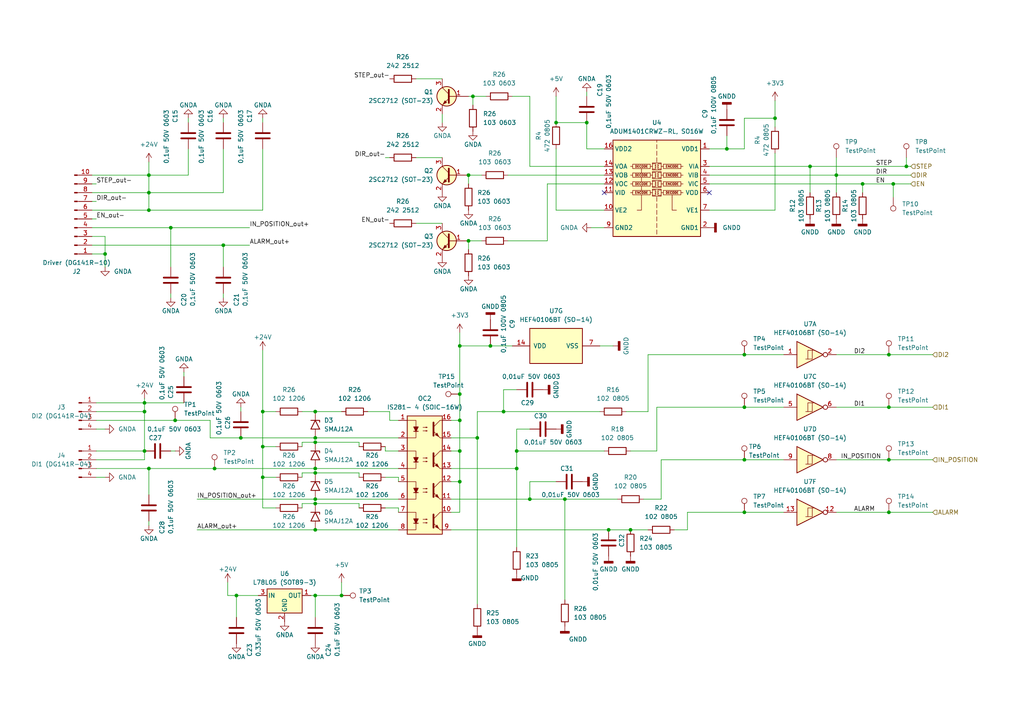
<source format=kicad_sch>
(kicad_sch (version 20230121) (generator eeschema)
  (paper "A4")
  (lib_symbols
    (symbol "4xxx:40106" (pin_names (offset 1.016))
      (property "Reference" "U" (at 0 1.27 0))
      (property "Value" "40106" (at 0 -1.27 0))
      (symbol "40106_1_0"
        (pin input line (at -7.62 0 0) (length 3.81) (name "~") (number "1"))
        (pin output inverted (at 7.62 0 180) (length 3.81) (name "~") (number "2"))
      )
      (symbol "40106_2_0"
        (pin input line (at -7.62 0 0) (length 3.81) (name "~") (number "3"))
        (pin output inverted (at 7.62 0 180) (length 3.81) (name "~") (number "4"))
      )
      (symbol "40106_3_0"
        (pin input line (at -7.62 0 0) (length 3.81) (name "~") (number "5"))
        (pin output inverted (at 7.62 0 180) (length 3.81) (name "~") (number "6"))
      )
      (symbol "40106_4_0"
        (pin output inverted (at 7.62 0 180) (length 3.81) (name "~") (number "8"))
        (pin input line (at -7.62 0 0) (length 3.81) (name "~") (number "9"))
      )
      (symbol "40106_5_0"
        (pin output inverted (at 7.62 0 180) (length 3.81) (name "~") (number "10"))
        (pin input line (at -7.62 0 0) (length 3.81) (name "~") (number "11"))
      )
      (symbol "40106_6_0"
        (pin output inverted (at 7.62 0 180) (length 3.81) (name "~") (number "12"))
        (pin input line (at -7.62 0 0) (length 3.81) (name "~") (number "13"))
      )
      (symbol "40106_7_0"
        (pin power_in line (at 0 12.7 270) (length 5.08) (name "VDD") (number "14"))
        (pin power_in line (at 0 -12.7 90) (length 5.08) (name "VSS") (number "7"))
      )
    )
    (symbol "Connector:Conn_01x04_Pin" (pin_names (offset 1.016) hide)
      (property "Reference" "J" (at 0 5.08 0))
      (property "Value" "Conn_01x04_Pin" (at 0 -7.62 0))
      (symbol "Conn_01x04_Pin_1_1"
        (pin passive line (at 5.08 2.54 180) (length 3.81) (name "Pin_1") (number "1"))
        (pin passive line (at 5.08 0 180) (length 3.81) (name "Pin_2") (number "2"))
        (pin passive line (at 5.08 -2.54 180) (length 3.81) (name "Pin_3") (number "3"))
        (pin passive line (at 5.08 -5.08 180) (length 3.81) (name "Pin_4") (number "4"))
      )
    )
    (symbol "Connector:Conn_01x10_Pin" (pin_names (offset 1.016) hide)
      (property "Reference" "J" (at 0 12.7 0))
      (property "Value" "Conn_01x10_Pin" (at 0 -15.24 0))
      (symbol "Conn_01x10_Pin_1_1"
        (pin passive line (at 5.08 10.16 180) (length 3.81) (name "Pin_1") (number "1"))
        (pin passive line (at 5.08 -12.7 180) (length 3.81) (name "Pin_10") (number "10"))
        (pin passive line (at 5.08 7.62 180) (length 3.81) (name "Pin_2") (number "2"))
        (pin passive line (at 5.08 5.08 180) (length 3.81) (name "Pin_3") (number "3"))
        (pin passive line (at 5.08 2.54 180) (length 3.81) (name "Pin_4") (number "4"))
        (pin passive line (at 5.08 0 180) (length 3.81) (name "Pin_5") (number "5"))
        (pin passive line (at 5.08 -2.54 180) (length 3.81) (name "Pin_6") (number "6"))
        (pin passive line (at 5.08 -5.08 180) (length 3.81) (name "Pin_7") (number "7"))
        (pin passive line (at 5.08 -7.62 180) (length 3.81) (name "Pin_8") (number "8"))
        (pin passive line (at 5.08 -10.16 180) (length 3.81) (name "Pin_9") (number "9"))
      )
    )
    (symbol "Connector:TestPoint" (pin_numbers hide) (pin_names (offset 0.762) hide)
      (property "Reference" "TP" (at 0 6.858 0))
      (property "Value" "TestPoint" (at 0 5.08 0))
      (symbol "TestPoint_1_1"
        (pin passive line (at 0 0 90) (length 2.54) (name "1") (number "1"))
      )
    )
    (symbol "Device:C" (pin_numbers hide) (pin_names (offset 0.254))
      (property "Reference" "C" (at 0.635 2.54 0))
      (property "Value" "C" (at 0.635 -2.54 0))
      (symbol "C_1_1"
        (pin passive line (at 0 3.81 270) (length 2.794) (name "~") (number "1"))
        (pin passive line (at 0 -3.81 90) (length 2.794) (name "~") (number "2"))
      )
    )
    (symbol "Device:R" (pin_numbers hide) (pin_names (offset 0))
      (property "Reference" "R" (at 2.032 0 90))
      (property "Value" "R" (at 0 0 90))
      (symbol "R_1_1"
        (pin passive line (at 0 3.81 270) (length 1.27) (name "~") (number "1"))
        (pin passive line (at 0 -3.81 90) (length 1.27) (name "~") (number "2"))
      )
    )
    (symbol "Diode:SMAJ12A" (pin_numbers hide) (pin_names (offset 1.016) hide)
      (property "Reference" "D" (at 0 2.54 0))
      (property "Value" "SMAJ12A" (at 0 -2.54 0))
      (symbol "SMAJ12A_1_1"
        (pin passive line (at -3.81 0 0) (length 2.54) (name "A1") (number "1"))
        (pin passive line (at 3.81 0 180) (length 2.54) (name "A2") (number "2"))
      )
    )
    (symbol "Isolator:ADuM1401xRW"
      (property "Reference" "U" (at 0 19.05 0))
      (property "Value" "ADuM1401xRW" (at 0 16.51 0))
      (symbol "ADuM1401xRW_0_0"
        (text "DECODE" (at -4.445 0 0) (effects (font (size 0.635 0.635))))
        (text "DECODE" (at 4.445 2.54 0) (effects (font (size 0.635 0.635))))
        (text "DECODE" (at 4.445 5.08 0) (effects (font (size 0.635 0.635))))
        (text "DECODE" (at 4.445 7.62 0) (effects (font (size 0.635 0.635))))
        (text "ENCODE" (at -4.445 2.54 0) (effects (font (size 0.635 0.635))))
        (text "ENCODE" (at -4.445 5.08 0) (effects (font (size 0.635 0.635))))
        (text "ENCODE" (at -4.445 7.62 0) (effects (font (size 0.635 0.635))))
        (text "ENCODE" (at 4.445 0 0) (effects (font (size 0.635 0.635))))
      )
      (symbol "ADuM1401xRW_1_1"
        (pin power_in line (at -15.24 12.7 0) (length 2.54) (name "VDD1") (number "1"))
        (pin input line (at 15.24 -5.08 180) (length 2.54) (name "VE2") (number "10"))
        (pin input line (at 15.24 0 180) (length 2.54) (name "VID") (number "11"))
        (pin output line (at 15.24 2.54 180) (length 2.54) (name "VOC") (number "12"))
        (pin output line (at 15.24 5.08 180) (length 2.54) (name "VOB") (number "13"))
        (pin output line (at 15.24 7.62 180) (length 2.54) (name "VOA") (number "14"))
        (pin passive line (at 15.24 -10.16 180) (length 2.54) hide (name "GND2") (number "15"))
        (pin power_in line (at 15.24 12.7 180) (length 2.54) (name "VDD2") (number "16"))
        (pin power_in line (at -15.24 -10.16 0) (length 2.54) (name "GND1") (number "2"))
        (pin input line (at -15.24 7.62 0) (length 2.54) (name "VIA") (number "3"))
        (pin input line (at -15.24 5.08 0) (length 2.54) (name "VIB") (number "4"))
        (pin input line (at -15.24 2.54 0) (length 2.54) (name "VIC") (number "5"))
        (pin output line (at -15.24 0 0) (length 2.54) (name "VOD") (number "6"))
        (pin input line (at -15.24 -5.08 0) (length 2.54) (name "VE1") (number "7"))
        (pin passive line (at -15.24 -10.16 0) (length 2.54) hide (name "GND1") (number "8"))
        (pin power_in line (at 15.24 -10.16 180) (length 2.54) (name "GND2") (number "9"))
      )
    )
    (symbol "PCM_4ms_Power-symbol:+5V" (power) (pin_numbers hide) (pin_names (offset 0) hide)
      (property "Value" "+5V" (at 0 3.556 0))
      (symbol "+5V_1_1"
        (pin power_in line (at 0 0 90) (length 0) hide (name "+5V") (number "1"))
      )
    )
    (symbol "PCM_4ms_Power-symbol:GNDA" (power) (pin_numbers hide) (pin_names (offset 0) hide)
      (property "Value" "GNDA" (at 0 -3.81 0))
      (symbol "GNDA_1_1"
        (pin power_in line (at 0 0 270) (length 0) hide (name "GNDA") (number "1"))
      )
    )
    (symbol "PCM_Optocoupler_AKL:Optocoupler_Quad_Generic" (pin_names (offset 1.016))
      (property "Reference" "OC" (at -5.08 17.78 0))
      (property "Value" "Optocoupler_Quad_Generic" (at -5.08 15.24 0))
      (symbol "Optocoupler_Quad_Generic_1_1"
        (pin passive line (at -7.62 11.43 0) (length 2.54) (name "~") (number "1"))
        (pin passive line (at 7.62 -15.24 180) (length 2.54) (name "~") (number "10"))
        (pin passive line (at 7.62 -11.43 180) (length 2.54) (name "~") (number "11"))
        (pin passive line (at 7.62 -6.35 180) (length 2.54) (name "~") (number "12"))
        (pin passive line (at 7.62 -2.54 180) (length 2.54) (name "~") (number "13"))
        (pin passive line (at 7.62 2.54 180) (length 2.54) (name "~") (number "14"))
        (pin passive line (at 7.62 6.35 180) (length 2.54) (name "~") (number "15"))
        (pin passive line (at 7.62 11.43 180) (length 2.54) (name "~") (number "16"))
        (pin passive line (at -7.62 6.35 0) (length 2.54) (name "~") (number "2"))
        (pin passive line (at -7.62 2.54 0) (length 2.54) (name "~") (number "3"))
        (pin passive line (at -7.62 -2.54 0) (length 2.54) (name "~") (number "4"))
        (pin passive line (at -7.62 -6.35 0) (length 2.54) (name "~") (number "5"))
        (pin passive line (at -7.62 -11.43 0) (length 2.54) (name "~") (number "6"))
        (pin passive line (at -7.62 -15.24 0) (length 2.54) (name "~") (number "7"))
        (pin passive line (at -7.62 -20.32 0) (length 2.54) (name "~") (number "8"))
        (pin passive line (at 7.62 -20.32 180) (length 2.54) (name "~") (number "9"))
      )
    )
    (symbol "PCM_Transistor_BJT_AKL:2SC2713" (pin_names hide)
      (property "Reference" "Q" (at 5.08 1.27 0))
      (property "Value" "2SC2713" (at 5.08 -1.27 0))
      (symbol "2SC2713_1_1"
        (pin input line (at -5.08 0 0) (length 5.715) (name "B") (number "1"))
        (pin passive line (at 2.54 -5.08 90) (length 2.54) (name "E") (number "2"))
        (pin passive line (at 2.54 5.08 270) (length 2.54) (name "C") (number "3"))
      )
    )
    (symbol "Regulator_Linear:L78L05_SOT89" (pin_names (offset 0.254))
      (property "Reference" "U" (at -3.81 3.175 0))
      (property "Value" "L78L05_SOT89" (at -0.635 3.175 0))
      (symbol "L78L05_SOT89_1_1"
        (pin power_out line (at 7.62 0 180) (length 2.54) (name "OUT") (number "1"))
        (pin power_in line (at 0 -7.62 90) (length 2.54) (name "GND") (number "2"))
        (pin power_in line (at -7.62 0 0) (length 2.54) (name "IN") (number "3"))
      )
    )
    (symbol "power:+24V" (power) (pin_numbers hide) (pin_names (offset 0) hide)
      (property "Value" "+24V" (at 0 3.556 0))
      (symbol "+24V_1_1"
        (pin power_in line (at 0 0 90) (length 0) hide (name "+24V") (number "1"))
      )
    )
    (symbol "power:+3V3" (power) (pin_numbers hide) (pin_names (offset 0) hide)
      (property "Value" "+3V3" (at 0 3.556 0))
      (symbol "+3V3_1_1"
        (pin power_in line (at 0 0 90) (length 0) hide (name "+3V3") (number "1"))
      )
    )
    (symbol "power:GNDD" (power) (pin_numbers hide) (pin_names (offset 0) hide)
      (property "Value" "GNDD" (at 0 -3.175 0))
      (symbol "GNDD_1_1"
        (pin power_in line (at 0 0 270) (length 0) hide (name "GNDD") (number "1"))
      )
    )
  )
  (junction (at 250.19 53.34))
  (junction (at 133.35 114.3))
  (junction (at 30.48 73.66))
  (junction (at 133.35 130.81))
  (junction (at 41.91 116.84))
  (junction (at 215.9 133.35))
  (junction (at 242.57 50.8))
  (junction (at 50.8 121.92))
  (junction (at 68.58 172.72))
  (junction (at 62.23 135.89))
  (junction (at 215.9 102.87))
  (junction (at 41.91 119.38))
  (junction (at 41.91 130.81))
  (junction (at 76.2 129.54))
  (junction (at 43.18 55.88))
  (junction (at 135.89 69.85))
  (junction (at 91.44 119.38))
  (junction (at 257.81 148.59))
  (junction (at 137.16 27.94))
  (junction (at 133.35 139.7))
  (junction (at 91.44 172.72))
  (junction (at 69.85 127))
  (junction (at 91.44 127))
  (junction (at 257.81 118.11))
  (junction (at 49.53 66.04))
  (junction (at 138.43 127))
  (junction (at 257.81 133.35))
  (junction (at 215.9 118.11))
  (junction (at 163.83 144.78))
  (junction (at 153.67 144.78))
  (junction (at 91.44 146.05))
  (junction (at 43.18 60.96))
  (junction (at 234.95 48.26))
  (junction (at 224.79 34.29))
  (junction (at 91.44 128.27))
  (junction (at 91.44 144.78))
  (junction (at 91.44 135.89))
  (junction (at 64.77 71.12))
  (junction (at 262.89 48.26))
  (junction (at 149.86 130.81))
  (junction (at 43.18 50.8))
  (junction (at 149.86 135.89))
  (junction (at 133.35 100.33))
  (junction (at 91.44 137.16))
  (junction (at 215.9 148.59))
  (junction (at 146.05 119.38))
  (junction (at 161.29 35.56))
  (junction (at 43.18 135.89))
  (junction (at 142.24 100.33))
  (junction (at 257.81 102.87))
  (junction (at 176.53 153.67))
  (junction (at 170.18 35.56))
  (junction (at 99.06 172.72))
  (junction (at 133.35 121.92))
  (junction (at 76.2 138.43))
  (junction (at 259.08 53.34))
  (junction (at 182.88 153.67))
  (junction (at 135.89 50.8))
  (junction (at 91.44 153.67))
  (junction (at 210.82 43.18))
  (junction (at 76.2 119.38))
  (no_connect (at 205.74 55.88))
  (no_connect (at 175.26 55.88))
  (wire (pts (xy 147.32 50.8) (xy 175.26 50.8)))
  (wire (pts (xy 153.67 27.94) (xy 148.59 27.94)))
  (wire (pts (xy 130.81 130.81) (xy 133.35 130.81)))
  (wire (pts (xy 41.91 119.38) (xy 41.91 130.81)))
  (wire (pts (xy 205.74 48.26) (xy 234.95 48.26)))
  (wire (pts (xy 130.81 135.89) (xy 149.86 135.89)))
  (wire (pts (xy 30.48 138.43) (xy 27.94 138.43)))
  (wire (pts (xy 153.67 139.7) (xy 153.67 144.78)))
  (wire (pts (xy 149.86 130.81) (xy 175.26 130.81)))
  (wire (pts (xy 190.5 130.81) (xy 190.5 118.11)))
  (wire (pts (xy 210.82 43.18) (xy 210.82 39.37)))
  (wire (pts (xy 139.7 50.8) (xy 135.89 50.8)))
  (wire (pts (xy 76.2 147.32) (xy 76.2 138.43)))
  (wire (pts (xy 43.18 50.8) (xy 43.18 55.88)))
  (wire (pts (xy 170.18 43.18) (xy 175.26 43.18)))
  (wire (pts (xy 87.63 146.05) (xy 91.44 146.05)))
  (wire (pts (xy 91.44 146.05) (xy 104.14 146.05)))
  (wire (pts (xy 53.34 107.95) (xy 53.34 109.22)))
  (wire (pts (xy 133.35 96.52) (xy 133.35 100.33)))
  (wire (pts (xy 64.77 86.36) (xy 64.77 85.09)))
  (wire (pts (xy 91.44 179.07) (xy 91.44 172.72)))
  (wire (pts (xy 91.44 172.72) (xy 99.06 172.72)))
  (wire (pts (xy 87.63 119.38) (xy 91.44 119.38)))
  (wire (pts (xy 133.35 114.3) (xy 133.35 121.92)))
  (wire (pts (xy 161.29 139.7) (xy 153.67 139.7)))
  (wire (pts (xy 99.06 172.72) (xy 99.06 168.91)))
  (wire (pts (xy 175.26 53.34) (xy 158.75 53.34)))
  (wire (pts (xy 115.57 147.32) (xy 115.57 148.59)))
  (wire (pts (xy 215.9 43.18) (xy 215.9 34.29)))
  (wire (pts (xy 205.74 50.8) (xy 242.57 50.8)))
  (wire (pts (xy 170.18 26.67) (xy 170.18 27.94)))
  (wire (pts (xy 106.68 119.38) (xy 113.03 119.38)))
  (wire (pts (xy 163.83 144.78) (xy 179.07 144.78)))
  (wire (pts (xy 130.81 148.59) (xy 133.35 148.59)))
  (wire (pts (xy 205.74 43.18) (xy 210.82 43.18)))
  (wire (pts (xy 76.2 119.38) (xy 80.01 119.38)))
  (wire (pts (xy 41.91 115.57) (xy 41.91 116.84)))
  (wire (pts (xy 262.89 45.72) (xy 262.89 48.26)))
  (wire (pts (xy 191.77 144.78) (xy 191.77 133.35)))
  (wire (pts (xy 43.18 55.88) (xy 43.18 60.96)))
  (wire (pts (xy 43.18 152.4) (xy 43.18 151.13)))
  (wire (pts (xy 242.57 50.8) (xy 264.16 50.8)))
  (wire (pts (xy 62.23 135.89) (xy 91.44 135.89)))
  (wire (pts (xy 87.63 138.43) (xy 87.63 137.16)))
  (wire (pts (xy 120.65 22.86) (xy 128.27 22.86)))
  (wire (pts (xy 133.35 100.33) (xy 133.35 114.3)))
  (wire (pts (xy 64.77 71.12) (xy 26.67 71.12)))
  (wire (pts (xy 128.27 33.02) (xy 128.27 35.56)))
  (wire (pts (xy 27.94 124.46) (xy 30.48 124.46)))
  (wire (pts (xy 242.57 148.59) (xy 257.81 148.59)))
  (wire (pts (xy 171.45 66.04) (xy 175.26 66.04)))
  (wire (pts (xy 26.67 55.88) (xy 43.18 55.88)))
  (wire (pts (xy 170.18 43.18) (xy 170.18 35.56)))
  (wire (pts (xy 26.67 68.58) (xy 30.48 68.58)))
  (wire (pts (xy 161.29 35.56) (xy 161.29 27.94)))
  (wire (pts (xy 57.15 144.78) (xy 91.44 144.78)))
  (wire (pts (xy 257.81 102.87) (xy 270.51 102.87)))
  (wire (pts (xy 181.61 119.38) (xy 187.96 119.38)))
  (wire (pts (xy 91.44 137.16) (xy 104.14 137.16)))
  (wire (pts (xy 27.94 119.38) (xy 41.91 119.38)))
  (wire (pts (xy 104.14 128.27) (xy 104.14 129.54)))
  (wire (pts (xy 149.86 113.03) (xy 146.05 113.03)))
  (wire (pts (xy 64.77 71.12) (xy 64.77 77.47)))
  (wire (pts (xy 215.9 34.29) (xy 224.79 34.29)))
  (wire (pts (xy 199.39 148.59) (xy 215.9 148.59)))
  (wire (pts (xy 27.94 116.84) (xy 41.91 116.84)))
  (wire (pts (xy 49.53 86.36) (xy 49.53 85.09)))
  (wire (pts (xy 54.61 50.8) (xy 43.18 50.8)))
  (wire (pts (xy 113.03 121.92) (xy 115.57 121.92)))
  (wire (pts (xy 111.76 147.32) (xy 115.57 147.32)))
  (wire (pts (xy 41.91 130.81) (xy 41.91 133.35)))
  (wire (pts (xy 30.48 73.66) (xy 30.48 77.47)))
  (wire (pts (xy 50.8 130.81) (xy 49.53 130.81)))
  (wire (pts (xy 104.14 137.16) (xy 104.14 138.43)))
  (wire (pts (xy 26.67 73.66) (xy 30.48 73.66)))
  (wire (pts (xy 64.77 34.29) (xy 64.77 35.56)))
  (wire (pts (xy 87.63 147.32) (xy 87.63 146.05)))
  (wire (pts (xy 130.81 153.67) (xy 176.53 153.67)))
  (wire (pts (xy 74.93 172.72) (xy 68.58 172.72)))
  (wire (pts (xy 250.19 53.34) (xy 259.08 53.34)))
  (wire (pts (xy 242.57 118.11) (xy 257.81 118.11)))
  (wire (pts (xy 153.67 124.46) (xy 149.86 124.46)))
  (wire (pts (xy 161.29 60.96) (xy 161.29 43.18)))
  (wire (pts (xy 182.88 153.67) (xy 176.53 153.67)))
  (wire (pts (xy 68.58 172.72) (xy 68.58 179.07)))
  (wire (pts (xy 262.89 48.26) (xy 264.16 48.26)))
  (wire (pts (xy 259.08 53.34) (xy 264.16 53.34)))
  (wire (pts (xy 90.17 172.72) (xy 91.44 172.72)))
  (wire (pts (xy 215.9 133.35) (xy 227.33 133.35)))
  (wire (pts (xy 138.43 119.38) (xy 146.05 119.38)))
  (wire (pts (xy 113.03 119.38) (xy 113.03 121.92)))
  (wire (pts (xy 215.9 148.59) (xy 227.33 148.59)))
  (wire (pts (xy 130.81 139.7) (xy 133.35 139.7)))
  (wire (pts (xy 182.88 153.67) (xy 187.96 153.67)))
  (wire (pts (xy 76.2 60.96) (xy 43.18 60.96)))
  (wire (pts (xy 224.79 44.45) (xy 224.79 60.96)))
  (wire (pts (xy 224.79 29.21) (xy 224.79 34.29)))
  (wire (pts (xy 242.57 133.35) (xy 257.81 133.35)))
  (wire (pts (xy 133.35 130.81) (xy 133.35 121.92)))
  (wire (pts (xy 135.89 27.94) (xy 137.16 27.94)))
  (wire (pts (xy 41.91 116.84) (xy 41.91 119.38)))
  (wire (pts (xy 138.43 119.38) (xy 138.43 127)))
  (wire (pts (xy 60.96 127) (xy 60.96 121.92)))
  (wire (pts (xy 234.95 48.26) (xy 262.89 48.26)))
  (wire (pts (xy 120.65 64.77) (xy 128.27 64.77)))
  (wire (pts (xy 130.81 144.78) (xy 153.67 144.78)))
  (wire (pts (xy 234.95 48.26) (xy 234.95 55.88)))
  (wire (pts (xy 242.57 45.72) (xy 242.57 50.8)))
  (wire (pts (xy 111.76 45.72) (xy 113.03 45.72)))
  (wire (pts (xy 149.86 130.81) (xy 149.86 135.89)))
  (wire (pts (xy 76.2 34.29) (xy 76.2 35.56)))
  (wire (pts (xy 30.48 68.58) (xy 30.48 73.66)))
  (wire (pts (xy 158.75 69.85) (xy 147.32 69.85)))
  (wire (pts (xy 104.14 146.05) (xy 104.14 147.32)))
  (wire (pts (xy 257.81 133.35) (xy 270.51 133.35)))
  (wire (pts (xy 161.29 35.56) (xy 170.18 35.56)))
  (wire (pts (xy 120.65 45.72) (xy 128.27 45.72)))
  (wire (pts (xy 26.67 50.8) (xy 43.18 50.8)))
  (wire (pts (xy 227.33 118.11) (xy 215.9 118.11)))
  (wire (pts (xy 87.63 129.54) (xy 87.63 128.27)))
  (wire (pts (xy 91.44 135.89) (xy 115.57 135.89)))
  (wire (pts (xy 139.7 69.85) (xy 135.89 69.85)))
  (wire (pts (xy 43.18 46.99) (xy 43.18 50.8)))
  (wire (pts (xy 146.05 119.38) (xy 173.99 119.38)))
  (wire (pts (xy 259.08 57.15) (xy 259.08 53.34)))
  (wire (pts (xy 111.76 138.43) (xy 115.57 138.43)))
  (wire (pts (xy 91.44 119.38) (xy 99.06 119.38)))
  (wire (pts (xy 111.76 130.81) (xy 111.76 129.54)))
  (wire (pts (xy 133.35 148.59) (xy 133.35 139.7)))
  (wire (pts (xy 215.9 102.87) (xy 227.33 102.87)))
  (wire (pts (xy 177.8 100.33) (xy 173.99 100.33)))
  (wire (pts (xy 54.61 43.18) (xy 54.61 50.8)))
  (wire (pts (xy 190.5 130.81) (xy 182.88 130.81)))
  (wire (pts (xy 115.57 130.81) (xy 111.76 130.81)))
  (wire (pts (xy 27.94 130.81) (xy 41.91 130.81)))
  (wire (pts (xy 187.96 102.87) (xy 215.9 102.87)))
  (wire (pts (xy 146.05 113.03) (xy 146.05 119.38)))
  (wire (pts (xy 224.79 36.83) (xy 224.79 34.29)))
  (wire (pts (xy 153.67 48.26) (xy 153.67 27.94)))
  (wire (pts (xy 49.53 66.04) (xy 49.53 77.47)))
  (wire (pts (xy 27.94 133.35) (xy 41.91 133.35)))
  (wire (pts (xy 115.57 138.43) (xy 115.57 139.7)))
  (wire (pts (xy 187.96 119.38) (xy 187.96 102.87)))
  (wire (pts (xy 50.8 121.92) (xy 60.96 121.92)))
  (wire (pts (xy 91.44 127) (xy 115.57 127)))
  (wire (pts (xy 242.57 50.8) (xy 242.57 55.88)))
  (wire (pts (xy 186.69 144.78) (xy 191.77 144.78)))
  (wire (pts (xy 199.39 153.67) (xy 199.39 148.59)))
  (wire (pts (xy 137.16 27.94) (xy 140.97 27.94)))
  (wire (pts (xy 149.86 124.46) (xy 149.86 130.81)))
  (wire (pts (xy 190.5 118.11) (xy 215.9 118.11)))
  (wire (pts (xy 153.67 144.78) (xy 163.83 144.78)))
  (wire (pts (xy 210.82 43.18) (xy 215.9 43.18)))
  (wire (pts (xy 191.77 133.35) (xy 215.9 133.35)))
  (wire (pts (xy 257.81 148.59) (xy 270.51 148.59)))
  (wire (pts (xy 69.85 118.11) (xy 69.85 119.38)))
  (wire (pts (xy 80.01 129.54) (xy 76.2 129.54)))
  (wire (pts (xy 135.89 53.34) (xy 135.89 50.8)))
  (wire (pts (xy 161.29 60.96) (xy 175.26 60.96)))
  (wire (pts (xy 49.53 66.04) (xy 72.39 66.04)))
  (wire (pts (xy 242.57 102.87) (xy 257.81 102.87)))
  (wire (pts (xy 72.39 71.12) (xy 64.77 71.12)))
  (wire (pts (xy 250.19 53.34) (xy 250.19 55.88)))
  (wire (pts (xy 87.63 137.16) (xy 91.44 137.16)))
  (wire (pts (xy 64.77 55.88) (xy 43.18 55.88)))
  (wire (pts (xy 26.67 58.42) (xy 27.94 58.42)))
  (wire (pts (xy 163.83 144.78) (xy 163.83 173.99)))
  (wire (pts (xy 80.01 147.32) (xy 76.2 147.32)))
  (wire (pts (xy 133.35 100.33) (xy 142.24 100.33)))
  (wire (pts (xy 26.67 63.5) (xy 27.94 63.5)))
  (wire (pts (xy 41.91 116.84) (xy 53.34 116.84)))
  (wire (pts (xy 158.75 53.34) (xy 158.75 69.85)))
  (wire (pts (xy 149.86 135.89) (xy 149.86 158.75)))
  (wire (pts (xy 54.61 34.29) (xy 54.61 35.56)))
  (wire (pts (xy 137.16 30.48) (xy 137.16 27.94)))
  (wire (pts (xy 135.89 72.39) (xy 135.89 69.85)))
  (wire (pts (xy 50.8 121.92) (xy 27.94 121.92)))
  (wire (pts (xy 76.2 43.18) (xy 76.2 60.96)))
  (wire (pts (xy 91.44 144.78) (xy 115.57 144.78)))
  (wire (pts (xy 175.26 48.26) (xy 153.67 48.26)))
  (wire (pts (xy 26.67 60.96) (xy 43.18 60.96)))
  (wire (pts (xy 130.81 121.92) (xy 133.35 121.92)))
  (wire (pts (xy 80.01 138.43) (xy 76.2 138.43)))
  (wire (pts (xy 138.43 175.26) (xy 138.43 127)))
  (wire (pts (xy 68.58 172.72) (xy 66.04 172.72)))
  (wire (pts (xy 26.67 53.34) (xy 27.94 53.34)))
  (wire (pts (xy 257.81 118.11) (xy 270.51 118.11)))
  (wire (pts (xy 133.35 139.7) (xy 133.35 130.81)))
  (wire (pts (xy 142.24 100.33) (xy 148.59 100.33)))
  (wire (pts (xy 205.74 53.34) (xy 250.19 53.34)))
  (wire (pts (xy 69.85 127) (xy 91.44 127)))
  (wire (pts (xy 64.77 43.18) (xy 64.77 55.88)))
  (wire (pts (xy 76.2 129.54) (xy 76.2 119.38)))
  (wire (pts (xy 195.58 153.67) (xy 199.39 153.67)))
  (wire (pts (xy 43.18 135.89) (xy 43.18 143.51)))
  (wire (pts (xy 76.2 138.43) (xy 76.2 129.54)))
  (wire (pts (xy 138.43 127) (xy 130.81 127)))
  (wire (pts (xy 91.44 128.27) (xy 104.14 128.27)))
  (wire (pts (xy 91.44 153.67) (xy 115.57 153.67)))
  (wire (pts (xy 66.04 172.72) (xy 66.04 168.91)))
  (wire (pts (xy 60.96 127) (xy 69.85 127)))
  (wire (pts (xy 43.18 135.89) (xy 62.23 135.89)))
  (wire (pts (xy 76.2 101.6) (xy 76.2 119.38)))
  (wire (pts (xy 205.74 60.96) (xy 224.79 60.96)))
  (wire (pts (xy 57.15 153.67) (xy 91.44 153.67)))
  (wire (pts (xy 27.94 135.89) (xy 43.18 135.89)))
  (wire (pts (xy 26.67 66.04) (xy 49.53 66.04)))
  (wire (pts (xy 87.63 128.27) (xy 91.44 128.27)))
  (label "ALARM_out+" (at 57.15 153.67 0))
  (label "DI1" (at 247.65 118.11 0))
  (label "EN_out-" (at 27.94 63.5 0))
  (label "IN_POSITION_out+" (at 72.39 66.04 0))
  (label "DIR" (at 254 50.8 0))
  (label "IN_POSITION" (at 243.84 133.35 0))
  (label "ALARM_out+" (at 72.39 71.12 0))
  (label "EN_out-" (at 113.03 64.77 180))
  (label "DIR_out-" (at 111.76 45.72 180))
  (label "STEP_out-" (at 113.03 22.86 180))
  (label "DI2" (at 247.65 102.87 0))
  (label "EN" (at 254 53.34 0))
  (label "DIR_out-" (at 27.94 58.42 0))
  (label "IN_POSITION_out+" (at 57.15 144.78 0))
  (label "STEP_out-" (at 27.94 53.34 0))
  (label "STEP" (at 254 48.26 0))
  (label "ALARM" (at 247.65 148.59 0))
  (hierarchical_label "EN" (shape input) (at 264.16 53.34 0))
  (hierarchical_label "DI1" (shape input) (at 270.51 118.11 0))
  (hierarchical_label "IN_POSITION" (shape input) (at 270.51 133.35 0))
  (hierarchical_label "DIR" (shape input) (at 264.16 50.8 0))
  (hierarchical_label "DI2" (shape input) (at 270.51 102.87 0))
  (hierarchical_label "STEP" (shape input) (at 264.16 48.26 0))
  (hierarchical_label "ALARM" (shape input) (at 270.51 148.59 0))
  (symbol (lib_id "PCM_4ms_Power-symbol:GNDA") (at 128.27 55.88 0) (unit 1)
    (property "Reference" "#PWR031" (effects hide))
    (property "Value" "GNDA" (at 128.27 59.69 0))
    (instances (project "Плата внешних шаговых двигателей" (path "" (reference "#PWR031") (unit 1))) (project "Плата фото светодиоды" (path "" (reference "#PWR03") (unit 1))))
  )
  (symbol (lib_id "Device:C") (at 69.85 123.19 180) (unit 1)
    (property "Reference" "C26" (at 66.04 120.65 90) (effects (justify left)))
    (property "Value" "0,1uF 50V 0603" (at 63.5 110.49 90) (effects (justify left)))
    (property "Footprint" "Capacitor_SMD:C_0603_1608Metric_Pad1.08x0.95mm_HandSolder" (effects hide))
  )
  (symbol (lib_id "Connector:TestPoint") (at 242.57 45.72 0) (unit 1)
    (property "Reference" "TP9" (at 245.11 41.148 0) (effects (justify left)))
    (property "Value" "TestPoint" (at 245.11 43.688 0) (effects (justify left)))
    (property "Footprint" "PCM_4ms_TestPoint:TestPoint_D1" (effects hide))
  )
  (symbol (lib_id "power:GNDD") (at 176.53 161.29 0) (unit 1)
    (property "Reference" "#PWR048" (effects hide))
    (property "Value" "GNDD" (at 176.53 165.1 0))
    (instances (project "Плата внешних шаговых двигателей" (path "" (reference "#PWR048") (unit 1)) (path "" (reference "#PWR084") (unit 1))))
  )
  (symbol (lib_id "Device:R") (at 234.95 59.69 180) (unit 1)
    (property "Reference" "R12" (at 229.87 59.69 90))
    (property "Value" "103 0805" (at 232.41 59.69 90))
    (property "Footprint" "PCM_4ms_Resistor:R_0805_2012Metric" (effects hide))
    (instances (project "Плата внешних шаговых двигателей" (path "" (reference "R12") (unit 1)) (path "" (reference "R15") (unit 1))))
  )
  (symbol (lib_id "Device:R") (at 161.29 39.37 0) (mirror y) (unit 1)
    (property "Reference" "R4" (at 156.21 39.37 90))
    (property "Value" "472 0805" (at 158.75 39.37 90))
    (property "Footprint" "PCM_4ms_Resistor:R_0805_2012Metric" (effects hide))
    (instances (project "Плата внешних шаговых двигателей" (path "" (reference "R4") (unit 1)) (path "" (reference "R19") (unit 1))))
  )
  (symbol (lib_id "Device:C") (at 43.18 147.32 0) (unit 1)
    (property "Reference" "C28" (at 46.99 154.94 90) (effects (justify left)))
    (property "Value" "0,1uF 50V 0603" (at 49.53 154.94 90) (effects (justify left)))
    (property "Footprint" "Capacitor_SMD:C_0603_1608Metric_Pad1.08x0.95mm_HandSolder" (effects hide))
  )
  (symbol (lib_id "power:GNDD") (at 168.91 139.7 90) (unit 1)
    (property "Reference" "#PWR048" (effects hide))
    (property "Value" "GNDD" (at 172.72 139.7 0))
    (instances (project "Плата внешних шаговых двигателей" (path "" (reference "#PWR048") (unit 1)) (path "" (reference "#PWR083") (unit 1))))
  )
  (symbol (lib_id "Device:C") (at 68.58 182.88 0) (unit 1)
    (property "Reference" "C23" (at 72.39 190.5 90) (effects (justify left)))
    (property "Value" "0.33uF 50V 0603" (at 74.93 190.5 90) (effects (justify left)))
    (property "Footprint" "Capacitor_SMD:C_0603_1608Metric_Pad1.08x0.95mm_HandSolder" (effects hide))
  )
  (symbol (lib_id "Device:C") (at 170.18 31.75 0) (mirror x) (unit 1)
    (property "Reference" "C19" (at 173.99 24.13 90) (effects (justify left)))
    (property "Value" "0,1uF 50V 0603" (at 176.53 21.59 90) (effects (justify left)))
    (property "Footprint" "Capacitor_SMD:C_0603_1608Metric_Pad1.08x0.95mm_HandSolder" (effects hide))
  )
  (symbol (lib_id "power:GNDD") (at 138.43 182.88 0) (unit 1)
    (property "Reference" "#PWR047" (effects hide))
    (property "Value" "GNDD" (at 138.43 186.69 0))
    (instances (project "Плата внешних шаговых двигателей" (path "" (reference "#PWR047") (unit 1)) (path "" (reference "#PWR077") (unit 1))))
  )
  (symbol (lib_id "power:GNDD") (at 142.24 92.71 180) (unit 1)
    (property "Reference" "#PWR019" (effects hide))
    (property "Value" "GNDD" (at 142.24 88.9 0))
    (instances (project "Плата внешних шаговых двигателей" (path "" (reference "#PWR019") (unit 1)) (path "" (reference "#PWR061") (unit 1))))
  )
  (symbol (lib_id "PCM_4ms_Power-symbol:GNDA") (at 54.61 34.29 180) (unit 1)
    (property "Reference" "#PWR023" (effects hide))
    (property "Value" "GNDA" (at 54.61 30.48 0))
    (instances (project "Плата внешних шаговых двигателей" (path "" (reference "#PWR023") (unit 1))) (project "Плата фото светодиоды" (path "" (reference "#PWR03") (unit 1))))
  )
  (symbol (lib_id "Device:R") (at 224.79 40.64 0) (mirror y) (unit 1)
    (property "Reference" "R4" (at 219.71 40.64 90))
    (property "Value" "472 0805" (at 222.25 40.64 90))
    (property "Footprint" "PCM_4ms_Resistor:R_0805_2012Metric" (effects hide))
    (instances (project "Плата внешних шаговых двигателей" (path "" (reference "R4") (unit 1)) (path "" (reference "R18") (unit 1))))
  )
  (symbol (lib_id "power:GNDD") (at 149.86 166.37 0) (unit 1)
    (property "Reference" "#PWR044" (effects hide))
    (property "Value" "GNDD" (at 153.67 167.64 0))
    (instances (project "Плата внешних шаговых двигателей" (path "" (reference "#PWR044") (unit 1)) (path "" (reference "#PWR075") (unit 1))))
  )
  (symbol (lib_id "power:+24V") (at 66.04 168.91 0) (unit 1)
    (property "Reference" "#PWR032" (effects hide))
    (property "Value" "+24V" (at 66.04 165.1 0))
    (instances (project "Плата внешних шаговых двигателей" (path "" (reference "#PWR032") (unit 1)) (path "" (reference "#PWR059") (unit 1))))
  )
  (symbol (lib_id "Device:R") (at 242.57 59.69 180) (unit 1)
    (property "Reference" "R13" (at 237.49 59.69 90))
    (property "Value" "103 0805" (at 240.03 59.69 90))
    (property "Footprint" "PCM_4ms_Resistor:R_0805_2012Metric" (effects hide))
    (instances (project "Плата внешних шаговых двигателей" (path "" (reference "R13") (unit 1)) (path "" (reference "R16") (unit 1))))
  )
  (symbol (lib_id "4xxx:40106") (at 234.95 133.35 0) (unit 4)
    (property "Reference" "U7" (at 234.95 124.46 0))
    (property "Value" "HEF40106BT (SO-14)" (at 234.95 127 0))
    (property "Footprint" "PCM_Package_SO_AKL:SO-14_5.3x10.2mm_P1.27mm" (effects hide))
    (property "Datasheet" "https://assets.nexperia.com/documents/data-sheet/HEF40106B.pdf" (effects hide))
  )
  (symbol (lib_id "Diode:SMAJ12A") (at 91.44 123.19 270) (unit 1)
    (property "Reference" "D3" (at 93.98 121.92 90) (effects (justify left)))
    (property "Value" "SMAJ12A" (at 93.98 124.46 90) (effects (justify left)))
    (property "Footprint" "Diode_SMD:D_SMA" (effects hide))
    (property "Datasheet" "https://www.littelfuse.com/media?resourcetype=datasheets&itemid=75e32973-b177-4ee3-a0ff-cedaf1abdb93&filename=smaj-datasheet" (effects hide))
  )
  (symbol (lib_id "Connector:TestPoint") (at 257.81 102.87 0) (unit 1)
    (property "Reference" "TP11" (at 260.35 98.298 0) (effects (justify left)))
    (property "Value" "TestPoint" (at 260.35 100.838 0) (effects (justify left)))
    (property "Footprint" "PCM_4ms_TestPoint:TestPoint_D1" (effects hide))
  )
  (symbol (lib_id "Device:C") (at 142.24 96.52 0) (unit 1)
    (property "Reference" "C9" (at 148.59 93.98 90))
    (property "Value" "0,1uF 100V 0805" (at 146.05 93.98 90))
    (property "Footprint" "PCM_Capacitor_SMD_AKL:C_0805_2012Metric_Pad1.18x1.45mm_HandSolder" (effects hide))
    (instances (project "Плата внешних шаговых двигателей" (path "" (reference "C9") (unit 1)) (path "" (reference "C22") (unit 1))))
  )
  (symbol (lib_id "Connector:TestPoint") (at 62.23 135.89 0) (unit 1)
    (property "Reference" "TP2" (at 64.77 131.318 0) (effects (justify left)))
    (property "Value" "TestPoint" (at 64.77 133.858 0) (effects (justify left)))
    (property "Footprint" "PCM_4ms_TestPoint:TestPoint_D1" (effects hide))
  )
  (symbol (lib_id "Device:R") (at 138.43 179.07 0) (unit 1)
    (property "Reference" "R25" (at 140.97 177.8 0) (effects (justify left)))
    (property "Value" "103 0805" (at 140.97 180.34 0) (effects (justify left)))
    (property "Footprint" "PCM_Resistor_SMD_AKL:R_0805_2012Metric_Pad1.20x1.40mm_HandSolder" (effects hide))
    (instances (project "Плата внешних шаговых двигателей" (path "" (reference "R25") (unit 1)) (path "" (reference "R37") (unit 1))))
  )
  (symbol (lib_id "Device:R") (at 177.8 119.38 90) (unit 1)
    (property "Reference" "R16" (at 177.8 113.03 90))
    (property "Value" "102 0805" (at 177.8 115.57 90))
    (property "Footprint" "PCM_Resistor_SMD_AKL:R_0805_2012Metric_Pad1.20x1.40mm_HandSolder" (effects hide))
    (instances (project "Плата внешних шаговых двигателей" (path "" (reference "R16") (unit 1)) (path "" (reference "R25") (unit 1))))
  )
  (symbol (lib_id "Connector:TestPoint") (at 257.81 118.11 0) (unit 1)
    (property "Reference" "TP12" (at 260.35 113.538 0) (effects (justify left)))
    (property "Value" "TestPoint" (at 260.35 116.078 0) (effects (justify left)))
    (property "Footprint" "PCM_4ms_TestPoint:TestPoint_D1" (effects hide))
  )
  (symbol (lib_id "Device:R") (at 143.51 50.8 90) (unit 1)
    (property "Reference" "R26" (at 143.51 44.45 90))
    (property "Value" "103 0603" (at 143.51 46.99 90))
    (property "Footprint" "PCM_Resistor_SMD_AKL:R_0603_1608Metric_Pad1.05x0.95mm_HandSolder" (effects hide))
    (instances (project "Плата внешних шаговых двигателей" (path "" (reference "R26") (unit 1)) (path "" (reference "R13") (unit 1))))
  )
  (symbol (lib_id "Device:R") (at 102.87 119.38 90) (unit 1)
    (property "Reference" "R26" (at 102.87 113.03 90))
    (property "Value" "102 1206" (at 102.87 115.57 90))
    (property "Footprint" "PCM_Resistor_SMD_AKL:R_1206_3216Metric_Pad1.42x1.75mm_HandSolder" (effects hide))
    (instances (project "Плата внешних шаговых двигателей" (path "" (reference "R26") (unit 1)) (path "" (reference "R24") (unit 1))))
  )
  (symbol (lib_id "PCM_4ms_Power-symbol:GNDA") (at 82.55 180.34 0) (unit 1)
    (property "Reference" "#PWR063" (effects hide))
    (property "Value" "GNDA" (at 82.55 184.15 0))
    (instances (project "Плата внешних шаговых двигателей" (path "" (reference "#PWR063") (unit 1))) (project "Плата фото светодиоды" (path "" (reference "#PWR03") (unit 1))))
  )
  (symbol (lib_id "Device:R") (at 107.95 138.43 90) (unit 1)
    (property "Reference" "R26" (at 107.95 140.97 90))
    (property "Value" "102 1206" (at 107.95 143.51 90))
    (property "Footprint" "PCM_Resistor_SMD_AKL:R_1206_3216Metric_Pad1.42x1.75mm_HandSolder" (effects hide))
    (instances (project "Плата внешних шаговых двигателей" (path "" (reference "R26") (unit 1)) (path "" (reference "R30") (unit 1))))
  )
  (symbol (lib_id "Device:C") (at 64.77 39.37 180) (unit 1)
    (property "Reference" "C16" (at 60.96 31.75 90) (effects (justify left)))
    (property "Value" "0,1uF 50V 0603" (at 58.42 31.75 90) (effects (justify left)))
    (property "Footprint" "Capacitor_SMD:C_0603_1608Metric_Pad1.08x0.95mm_HandSolder" (effects hide))
  )
  (symbol (lib_id "PCM_4ms_Power-symbol:GNDA") (at 30.48 124.46 90) (unit 1)
    (property "Reference" "#PWR035" (effects hide))
    (property "Value" "GNDA" (at 34.29 124.46 90) (effects (justify right)))
    (instances (project "Плата внешних шаговых двигателей" (path "" (reference "#PWR035") (unit 1)) (path "" (reference "#PWR071") (unit 1))))
  )
  (symbol (lib_id "power:GNDD") (at 163.83 181.61 0) (unit 1)
    (property "Reference" "#PWR048" (effects hide))
    (property "Value" "GNDD" (at 167.64 185.42 0))
    (instances (project "Плата внешних шаговых двигателей" (path "" (reference "#PWR048") (unit 1)) (path "" (reference "#PWR078") (unit 1))))
  )
  (symbol (lib_id "PCM_Optocoupler_AKL:Optocoupler_Quad_Generic") (at 123.19 133.35 0) (unit 1)
    (property "Reference" "OC2" (at 123.19 115.57 0))
    (property "Value" "IS281- 4 (SOIC-16W)" (at 123.19 118.11 0))
    (property "Footprint" "PCM_Package_SO_AKL:SOIC-16W_5.3x10.2mm_P1.27mm" (effects hide))
    (instances (project "Плата внешних шаговых двигателей" (path "" (reference "OC2") (unit 1)) (path "" (reference "OC1") (unit 1))))
  )
  (symbol (lib_id "Connector:TestPoint") (at 50.8 121.92 0) (unit 1)
    (property "Reference" "TP1" (at 53.34 117.348 0) (effects (justify left)))
    (property "Value" "TestPoint" (at 53.34 119.888 0) (effects (justify left)))
    (property "Footprint" "PCM_4ms_TestPoint:TestPoint_D1" (effects hide))
  )
  (symbol (lib_id "Connector:TestPoint") (at 259.08 57.15 180) (unit 1)
    (property "Reference" "TP10" (at 261.62 59.182 0) (effects (justify right)))
    (property "Value" "TestPoint" (at 261.62 61.722 0) (effects (justify right)))
    (property "Footprint" "PCM_4ms_TestPoint:TestPoint_D1" (effects hide))
  )
  (symbol (lib_id "Device:R") (at 179.07 130.81 90) (unit 1)
    (property "Reference" "R18" (at 179.07 124.46 90))
    (property "Value" "102 0805" (at 179.07 127 90))
    (property "Footprint" "PCM_Resistor_SMD_AKL:R_0805_2012Metric_Pad1.20x1.40mm_HandSolder" (effects hide))
    (instances (project "Плата внешних шаговых двигателей" (path "" (reference "R18") (unit 1)) (path "" (reference "R28") (unit 1))))
  )
  (symbol (lib_id "PCM_4ms_Power-symbol:+5V") (at 161.29 27.94 0) (mirror y) (unit 1)
    (property "Reference" "#PWR052" (effects hide))
    (property "Value" "+5V" (at 161.29 22.86 0))
  )
  (symbol (lib_id "Connector:Conn_01x04_Pin") (at 22.86 133.35 0) (unit 1)
    (property "Reference" "J4" (at 17.78 132.08 0))
    (property "Value" "DI1 (DG141R-04)" (at 17.78 134.62 0))
    (property "Footprint" "Connector:DG141R-04" (effects hide))
  )
  (symbol (lib_id "PCM_4ms_Power-symbol:GNDA") (at 76.2 34.29 180) (unit 1)
    (property "Reference" "#PWR025" (effects hide))
    (property "Value" "GNDA" (at 76.2 30.48 0))
    (instances (project "Плата внешних шаговых двигателей" (path "" (reference "#PWR025") (unit 1))) (project "Плата фото светодиоды" (path "" (reference "#PWR03") (unit 1))))
  )
  (symbol (lib_id "Diode:SMAJ12A") (at 91.44 132.08 270) (unit 1)
    (property "Reference" "D4" (at 93.98 130.81 90) (effects (justify left)))
    (property "Value" "SMAJ12A" (at 93.98 133.35 90) (effects (justify left)))
    (property "Footprint" "Diode_SMD:D_SMA" (effects hide))
    (property "Datasheet" "https://www.littelfuse.com/media?resourcetype=datasheets&itemid=75e32973-b177-4ee3-a0ff-cedaf1abdb93&filename=smaj-datasheet" (effects hide))
  )
  (symbol (lib_id "Connector:TestPoint") (at 215.9 118.11 0) (unit 1)
    (property "Reference" "TP5" (at 218.44 113.538 0) (effects (justify left)))
    (property "Value" "TestPoint" (at 218.44 116.078 0) (effects (justify left)))
    (property "Footprint" "PCM_4ms_TestPoint:TestPoint_D1" (effects hide))
  )
  (symbol (lib_id "Connector:TestPoint") (at 99.06 172.72 270) (unit 1)
    (property "Reference" "TP3" (at 104.14 171.45 90) (effects (justify left)))
    (property "Value" "TestPoint" (at 104.14 173.99 90) (effects (justify left)))
    (property "Footprint" "PCM_4ms_TestPoint:TestPoint_D1" (effects hide))
  )
  (symbol (lib_id "Device:R") (at 107.95 129.54 90) (unit 1)
    (property "Reference" "R26" (at 107.95 132.08 90))
    (property "Value" "102 1206" (at 107.95 134.62 90))
    (property "Footprint" "PCM_Resistor_SMD_AKL:R_1206_3216Metric_Pad1.42x1.75mm_HandSolder" (effects hide))
    (instances (project "Плата внешних шаговых двигателей" (path "" (reference "R26") (unit 1)) (path "" (reference "R27") (unit 1))))
  )
  (symbol (lib_id "Connector:TestPoint") (at 215.9 133.35 0) (unit 1)
    (property "Reference" "TP6" (at 217.17 129.54 0) (effects (justify left)))
    (property "Value" "TestPoint" (at 217.17 132.08 0) (effects (justify left)))
    (property "Footprint" "PCM_4ms_TestPoint:TestPoint_D1" (effects hide))
  )
  (symbol (lib_id "Connector:TestPoint") (at 215.9 148.59 0) (unit 1)
    (property "Reference" "TP7" (at 218.44 144.018 0) (effects (justify left)))
    (property "Value" "TestPoint" (at 218.44 146.558 0) (effects (justify left)))
    (property "Footprint" "PCM_4ms_TestPoint:TestPoint_D1" (effects hide))
  )
  (symbol (lib_id "Device:R") (at 163.83 177.8 0) (unit 1)
    (property "Reference" "R26" (at 166.37 176.53 0) (effects (justify left)))
    (property "Value" "103 0805" (at 166.37 179.07 0) (effects (justify left)))
    (property "Footprint" "PCM_Resistor_SMD_AKL:R_0805_2012Metric_Pad1.20x1.40mm_HandSolder" (effects hide))
    (instances (project "Плата внешних шаговых двигателей" (path "" (reference "R26") (unit 1)) (path "" (reference "R38") (unit 1))))
  )
  (symbol (lib_id "Diode:SMAJ12A") (at 91.44 149.86 270) (unit 1)
    (property "Reference" "D6" (at 93.98 148.59 90) (effects (justify left)))
    (property "Value" "SMAJ12A" (at 93.98 151.13 90) (effects (justify left)))
    (property "Footprint" "Diode_SMD:D_SMA" (effects hide))
    (property "Datasheet" "https://www.littelfuse.com/media?resourcetype=datasheets&itemid=75e32973-b177-4ee3-a0ff-cedaf1abdb93&filename=smaj-datasheet" (effects hide))
  )
  (symbol (lib_id "Connector:TestPoint") (at 257.81 133.35 0) (unit 1)
    (property "Reference" "TP13" (at 260.35 128.778 0) (effects (justify left)))
    (property "Value" "TestPoint" (at 260.35 131.318 0) (effects (justify left)))
    (property "Footprint" "PCM_4ms_TestPoint:TestPoint_D1" (effects hide))
  )
  (symbol (lib_id "Connector:Conn_01x10_Pin") (at 21.59 63.5 0) (mirror x) (unit 1)
    (property "Reference" "J2" (at 22.225 78.74 0))
    (property "Value" "Driver (DG141R-10)" (at 22.225 76.2 0))
    (property "Footprint" "Connector:DG141R-10" (effects hide))
  )
  (symbol (lib_id "PCM_4ms_Power-symbol:GNDA") (at 91.44 186.69 0) (unit 1)
    (property "Reference" "#PWR068" (effects hide))
    (property "Value" "GNDA" (at 91.44 190.5 0))
    (instances (project "Плата внешних шаговых двигателей" (path "" (reference "#PWR068") (unit 1))) (project "Плата фото светодиоды" (path "" (reference "#PWR03") (unit 1))))
  )
  (symbol (lib_id "PCM_4ms_Power-symbol:GNDA") (at 128.27 35.56 0) (unit 1)
    (property "Reference" "#PWR026" (effects hide))
    (property "Value" "GNDA" (at 128.27 39.37 0))
    (instances (project "Плата внешних шаговых двигателей" (path "" (reference "#PWR026") (unit 1))) (project "Плата фото светодиоды" (path "" (reference "#PWR03") (unit 1))))
  )
  (symbol (lib_id "Connector:TestPoint") (at 262.89 45.72 0) (unit 1)
    (property "Reference" "TP8" (at 265.43 41.148 0) (effects (justify left)))
    (property "Value" "TestPoint" (at 265.43 43.688 0) (effects (justify left)))
    (property "Footprint" "PCM_4ms_TestPoint:TestPoint_D1" (effects hide))
  )
  (symbol (lib_id "Device:R") (at 83.82 138.43 90) (unit 1)
    (property "Reference" "R26" (at 83.82 140.97 90))
    (property "Value" "102 1206" (at 83.82 143.51 90))
    (property "Footprint" "PCM_Resistor_SMD_AKL:R_1206_3216Metric_Pad1.42x1.75mm_HandSolder" (effects hide))
    (instances (project "Плата внешних шаговых двигателей" (path "" (reference "R26") (unit 1)) (path "" (reference "R29") (unit 1))))
  )
  (symbol (lib_id "PCM_Transistor_BJT_AKL:2SC2713") (at 130.81 50.8 0) (mirror y) (unit 1)
    (property "Reference" "Q2" (at 125.73 49.53 0) (effects (justify left)))
    (property "Value" "2SC2712 (SOT-23)" (at 125.73 52.07 0) (effects (justify left)))
    (property "Footprint" "PCM_Package_TO_SOT_SMD_AKL:SOT-23" (effects hide))
    (property "Datasheet" "https://doc.platan.ru/pdf/datasheets/hottech/2SC2712.pdf" (effects hide))
  )
  (symbol (lib_id "Regulator_Linear:L78L05_SOT89") (at 82.55 172.72 0) (unit 1)
    (property "Reference" "U6" (at 82.55 166.37 0))
    (property "Value" "L78L05 (SOT89-3)" (at 82.55 168.91 0))
    (property "Footprint" "Package_TO_SOT_SMD:SOT-89-3" (effects hide))
    (property "Datasheet" "http://www.st.com/content/ccc/resource/technical/document/datasheet/15/55/e5/aa/23/5b/43/fd/CD00000446.pdf/files/CD00000446.pdf/jcr:content/translations/en.CD00000446.pdf" (effects hide))
  )
  (symbol (lib_id "PCM_4ms_Power-symbol:GNDA") (at 50.8 130.81 90) (unit 1)
    (property "Reference" "#PWR072" (effects hide))
    (property "Value" "GNDA" (at 54.61 130.81 0))
    (instances (project "Плата внешних шаговых двигателей" (path "" (reference "#PWR072") (unit 1))) (project "Плата фото светодиоды" (path "" (reference "#PWR03") (unit 1))))
  )
  (symbol (lib_id "PCM_4ms_Power-symbol:GNDA") (at 137.16 38.1 0) (unit 1)
    (property "Reference" "#PWR027" (effects hide))
    (property "Value" "GNDA" (at 137.16 41.91 0))
    (instances (project "Плата внешних шаговых двигателей" (path "" (reference "#PWR027") (unit 1))) (project "Плата фото светодиоды" (path "" (reference "#PWR03") (unit 1))))
  )
  (symbol (lib_id "Connector:TestPoint") (at 257.81 148.59 0) (unit 1)
    (property "Reference" "TP14" (at 260.35 144.018 0) (effects (justify left)))
    (property "Value" "TestPoint" (at 260.35 146.558 0) (effects (justify left)))
    (property "Footprint" "PCM_4ms_TestPoint:TestPoint_D1" (effects hide))
  )
  (symbol (lib_id "PCM_4ms_Power-symbol:GNDA") (at 171.45 66.04 270) (unit 1)
    (property "Reference" "#PWR028" (effects hide))
    (property "Value" "GNDA" (at 167.64 66.04 90) (effects (justify right)))
    (instances (project "Плата внешних шаговых двигателей" (path "" (reference "#PWR028") (unit 1)) (path "" (reference "#PWR032") (unit 1))))
  )
  (symbol (lib_id "4xxx:40106") (at 234.95 148.59 0) (unit 6)
    (property "Reference" "U7" (at 234.95 139.7 0))
    (property "Value" "HEF40106BT (SO-14)" (at 234.95 142.24 0))
    (property "Footprint" "PCM_Package_SO_AKL:SO-14_5.3x10.2mm_P1.27mm" (effects hide))
    (property "Datasheet" "https://assets.nexperia.com/documents/data-sheet/HEF40106B.pdf" (effects hide))
  )
  (symbol (lib_id "PCM_4ms_Power-symbol:GNDA") (at 30.48 77.47 0) (unit 1)
    (property "Reference" "#PWR028" (effects hide))
    (property "Value" "GNDA" (at 33.02 78.74 0) (effects (justify left)))
    (instances (project "Плата внешних шаговых двигателей" (path "" (reference "#PWR028") (unit 1)) (path "" (reference "#PWR055") (unit 1))))
  )
  (symbol (lib_id "PCM_4ms_Power-symbol:GNDA") (at 64.77 34.29 180) (unit 1)
    (property "Reference" "#PWR024" (effects hide))
    (property "Value" "GNDA" (at 64.77 30.48 0))
    (instances (project "Плата внешних шаговых двигателей" (path "" (reference "#PWR024") (unit 1))) (project "Плата фото светодиоды" (path "" (reference "#PWR03") (unit 1))))
  )
  (symbol (lib_id "Device:R") (at 143.51 69.85 90) (unit 1)
    (property "Reference" "R26" (at 143.51 63.5 90))
    (property "Value" "103 0603" (at 143.51 66.04 90))
    (property "Footprint" "PCM_Resistor_SMD_AKL:R_0603_1608Metric_Pad1.05x0.95mm_HandSolder" (effects hide))
    (instances (project "Плата внешних шаговых двигателей" (path "" (reference "R26") (unit 1)) (path "" (reference "R21") (unit 1))))
  )
  (symbol (lib_id "power:GNDD") (at 182.88 161.29 0) (unit 1)
    (property "Reference" "#PWR045" (effects hide))
    (property "Value" "GNDD" (at 182.88 165.1 0))
    (instances (project "Плата внешних шаговых двигателей" (path "" (reference "#PWR045") (unit 1)) (path "" (reference "#PWR076") (unit 1))))
  )
  (symbol (lib_id "4xxx:40106") (at 234.95 118.11 0) (unit 3)
    (property "Reference" "U7" (at 234.95 109.22 0))
    (property "Value" "HEF40106BT (SO-14)" (at 234.95 111.76 0))
    (property "Footprint" "PCM_Package_SO_AKL:SO-14_5.3x10.2mm_P1.27mm" (effects hide))
    (property "Datasheet" "https://assets.nexperia.com/documents/data-sheet/HEF40106B.pdf" (effects hide))
  )
  (symbol (lib_id "power:+24V") (at 43.18 46.99 0) (unit 1)
    (property "Reference" "#PWR024" (effects hide))
    (property "Value" "+24V" (at 43.18 41.91 0))
    (instances (project "Плата внешних шаговых двигателей" (path "" (reference "#PWR024") (unit 1)) (path "" (reference "#PWR030") (unit 1))))
  )
  (symbol (lib_id "power:GNDD") (at 177.8 100.33 90) (unit 1)
    (property "Reference" "#PWR048" (effects hide))
    (property "Value" "GNDD" (at 181.61 100.33 0))
    (instances (project "Плата внешних шаговых двигателей" (path "" (reference "#PWR048") (unit 1)) (path "" (reference "#PWR066") (unit 1))))
  )
  (symbol (lib_id "Device:R") (at 83.82 129.54 90) (unit 1)
    (property "Reference" "R26" (at 83.82 132.08 90))
    (property "Value" "102 1206" (at 83.82 134.62 90))
    (property "Footprint" "PCM_Resistor_SMD_AKL:R_1206_3216Metric_Pad1.42x1.75mm_HandSolder" (effects hide))
  )
  (symbol (lib_id "Device:R") (at 149.86 162.56 0) (unit 1)
    (property "Reference" "R23" (at 152.4 161.29 0) (effects (justify left)))
    (property "Value" "103 0805" (at 152.4 163.83 0) (effects (justify left)))
    (property "Footprint" "PCM_Resistor_SMD_AKL:R_0805_2012Metric_Pad1.20x1.40mm_HandSolder" (effects hide))
    (instances (project "Плата внешних шаговых двигателей" (path "" (reference "R23") (unit 1)) (path "" (reference "R35") (unit 1))))
  )
  (symbol (lib_id "PCM_4ms_Power-symbol:GNDA") (at 69.85 118.11 180) (unit 1)
    (property "Reference" "#PWR070" (effects hide))
    (property "Value" "GNDA" (at 69.85 114.3 0))
    (instances (project "Плата внешних шаговых двигателей" (path "" (reference "#PWR070") (unit 1))) (project "Плата фото светодиоды" (path "" (reference "#PWR03") (unit 1))))
  )
  (symbol (lib_id "PCM_4ms_Power-symbol:GNDA") (at 135.89 60.96 0) (unit 1)
    (property "Reference" "#PWR035" (effects hide))
    (property "Value" "GNDA" (at 135.89 64.77 0))
    (instances (project "Плата внешних шаговых двигателей" (path "" (reference "#PWR035") (unit 1))) (project "Плата фото светодиоды" (path "" (reference "#PWR03") (unit 1))))
  )
  (symbol (lib_id "PCM_4ms_Power-symbol:GNDA") (at 128.27 74.93 0) (unit 1)
    (property "Reference" "#PWR053" (effects hide))
    (property "Value" "GNDA" (at 128.27 78.74 0))
    (instances (project "Плата внешних шаговых двигателей" (path "" (reference "#PWR053") (unit 1))) (project "Плата фото светодиоды" (path "" (reference "#PWR03") (unit 1))))
  )
  (symbol (lib_id "PCM_4ms_Power-symbol:GNDA") (at 64.77 86.36 0) (unit 1)
    (property "Reference" "#PWR058" (effects hide))
    (property "Value" "GNDA" (at 64.77 90.17 0))
    (instances (project "Плата внешних шаговых двигателей" (path "" (reference "#PWR058") (unit 1))) (project "Плата фото светодиоды" (path "" (reference "#PWR03") (unit 1))))
  )
  (symbol (lib_id "Device:R") (at 116.84 22.86 90) (unit 1)
    (property "Reference" "R26" (at 116.84 16.51 90))
    (property "Value" "242 2512" (at 116.84 19.05 90))
    (property "Footprint" "PCM_Resistor_SMD_AKL:R_2512_6332Metric_Pad1.52x3.35mm_HandSolder" (effects hide))
    (instances (project "Плата внешних шаговых двигателей" (path "" (reference "R26") (unit 1)) (path "" (reference "R9") (unit 1))))
  )
  (symbol (lib_id "power:GNDD") (at 157.48 113.03 90) (unit 1)
    (property "Reference" "#PWR048" (effects hide))
    (property "Value" "GNDD" (at 161.29 113.03 0))
    (instances (project "Плата внешних шаговых двигателей" (path "" (reference "#PWR048") (unit 1)) (path "" (reference "#PWR081") (unit 1))))
  )
  (symbol (lib_id "power:+3V3") (at 133.35 96.52 0) (unit 1)
    (property "Reference" "#PWR034" (effects hide))
    (property "Value" "+3V3" (at 133.35 91.44 0))
    (instances (project "Плата внешних шаговых двигателей" (path "" (reference "#PWR034") (unit 1)) (path "" (reference "#PWR064") (unit 1))))
  )
  (symbol (lib_id "PCM_4ms_Power-symbol:GNDA") (at 30.48 138.43 90) (unit 1)
    (property "Reference" "#PWR038" (effects hide))
    (property "Value" "GNDA" (at 34.29 138.43 90) (effects (justify right)))
    (instances (project "Плата внешних шаговых двигателей" (path "" (reference "#PWR038") (unit 1)) (path "" (reference "#PWR073") (unit 1))))
  )
  (symbol (lib_id "Device:C") (at 64.77 81.28 0) (unit 1)
    (property "Reference" "C21" (at 68.58 88.9 90) (effects (justify left)))
    (property "Value" "0,1uF 50V 0603" (at 71.12 88.9 90) (effects (justify left)))
    (property "Footprint" "Capacitor_SMD:C_0603_1608Metric_Pad1.08x0.95mm_HandSolder" (effects hide))
  )
  (symbol (lib_id "PCM_4ms_Power-symbol:GNDA") (at 53.34 107.95 180) (unit 1)
    (property "Reference" "#PWR065" (effects hide))
    (property "Value" "GNDA" (at 53.34 104.14 0))
    (instances (project "Плата внешних шаговых двигателей" (path "" (reference "#PWR065") (unit 1))) (project "Плата фото светодиоды" (path "" (reference "#PWR03") (unit 1))))
  )
  (symbol (lib_id "Device:R") (at 191.77 153.67 90) (unit 1)
    (property "Reference" "R22" (at 191.77 147.32 90))
    (property "Value" "102 0805" (at 191.77 149.86 90))
    (property "Footprint" "PCM_Resistor_SMD_AKL:R_0805_2012Metric_Pad1.20x1.40mm_HandSolder" (effects hide))
    (instances (project "Плата внешних шаговых двигателей" (path "" (reference "R22") (unit 1)) (path "" (reference "R34") (unit 1))))
  )
  (symbol (lib_id "Device:R") (at 135.89 57.15 180) (unit 1)
    (property "Reference" "R26" (at 138.43 55.88 0) (effects (justify right)))
    (property "Value" "103 0603" (at 138.43 58.42 0) (effects (justify right)))
    (property "Footprint" "PCM_Resistor_SMD_AKL:R_0603_1608Metric_Pad1.05x0.95mm_HandSolder" (effects hide))
    (instances (project "Плата внешних шаговых двигателей" (path "" (reference "R26") (unit 1)) (path "" (reference "R14") (unit 1))))
  )
  (symbol (lib_id "Device:C") (at 45.72 130.81 90) (unit 1)
    (property "Reference" "C27" (at 46.99 127 90) (effects (justify left)))
    (property "Value" "0,1uF 50V 0603" (at 58.42 124.46 90) (effects (justify left)))
    (property "Footprint" "Capacitor_SMD:C_0603_1608Metric_Pad1.08x0.95mm_HandSolder" (effects hide))
  )
  (symbol (lib_id "Connector:Conn_01x04_Pin") (at 22.86 119.38 0) (unit 1)
    (property "Reference" "J3" (at 17.78 118.11 0))
    (property "Value" "DI2 (DG141R-04)" (at 17.78 120.65 0))
    (property "Footprint" "Connector:DG141R-04" (effects hide))
  )
  (symbol (lib_id "Device:R") (at 116.84 64.77 90) (unit 1)
    (property "Reference" "R26" (at 116.84 58.42 90))
    (property "Value" "242 2512" (at 116.84 60.96 90))
    (property "Footprint" "PCM_Resistor_SMD_AKL:R_2512_6332Metric_Pad1.52x3.35mm_HandSolder" (effects hide))
    (instances (project "Плата внешних шаговых двигателей" (path "" (reference "R26") (unit 1)) (path "" (reference "R20") (unit 1))))
  )
  (symbol (lib_id "Device:R") (at 83.82 119.38 90) (unit 1)
    (property "Reference" "R26" (at 83.82 113.03 90))
    (property "Value" "102 1206" (at 83.82 115.57 90))
    (property "Footprint" "PCM_Resistor_SMD_AKL:R_1206_3216Metric_Pad1.42x1.75mm_HandSolder" (effects hide))
    (instances (project "Плата внешних шаговых двигателей" (path "" (reference "R26") (unit 1)) (path "" (reference "R23") (unit 1))))
  )
  (symbol (lib_id "Device:R") (at 144.78 27.94 90) (unit 1)
    (property "Reference" "R26" (at 144.78 21.59 90))
    (property "Value" "103 0603" (at 144.78 24.13 90))
    (property "Footprint" "PCM_Resistor_SMD_AKL:R_0603_1608Metric_Pad1.05x0.95mm_HandSolder" (effects hide))
    (instances (project "Плата внешних шаговых двигателей" (path "" (reference "R26") (unit 1)) (path "" (reference "R10") (unit 1))))
  )
  (symbol (lib_id "PCM_4ms_Power-symbol:GNDA") (at 135.89 80.01 0) (unit 1)
    (property "Reference" "#PWR056" (effects hide))
    (property "Value" "GNDA" (at 135.89 83.82 0))
    (instances (project "Плата внешних шаговых двигателей" (path "" (reference "#PWR056") (unit 1))) (project "Плата фото светодиоды" (path "" (reference "#PWR03") (unit 1))))
  )
  (symbol (lib_id "PCM_4ms_Power-symbol:+5V") (at 99.06 168.91 0) (unit 1)
    (property "Reference" "#PWR060" (effects hide))
    (property "Value" "+5V" (at 99.06 163.83 0))
  )
  (symbol (lib_id "Device:R") (at 116.84 45.72 90) (unit 1)
    (property "Reference" "R26" (at 116.84 39.37 90))
    (property "Value" "242 2512" (at 116.84 41.91 90))
    (property "Footprint" "PCM_Resistor_SMD_AKL:R_2512_6332Metric_Pad1.52x3.35mm_HandSolder" (effects hide))
    (instances (project "Плата внешних шаговых двигателей" (path "" (reference "R26") (unit 1)) (path "" (reference "R12") (unit 1))))
  )
  (symbol (lib_id "Device:C") (at 54.61 39.37 180) (unit 1)
    (property "Reference" "C15" (at 50.8 31.75 90) (effects (justify left)))
    (property "Value" "0,1uF 50V 0603" (at 48.26 31.75 90) (effects (justify left)))
    (property "Footprint" "Capacitor_SMD:C_0603_1608Metric_Pad1.08x0.95mm_HandSolder" (effects hide))
  )
  (symbol (lib_id "Device:R") (at 135.89 76.2 180) (unit 1)
    (property "Reference" "R26" (at 138.43 74.93 0) (effects (justify right)))
    (property "Value" "103 0603" (at 138.43 77.47 0) (effects (justify right)))
    (property "Footprint" "PCM_Resistor_SMD_AKL:R_0603_1608Metric_Pad1.05x0.95mm_HandSolder" (effects hide))
    (instances (project "Плата внешних шаговых двигателей" (path "" (reference "R26") (unit 1)) (path "" (reference "R22") (unit 1))))
  )
  (symbol (lib_id "Device:C") (at 76.2 39.37 180) (unit 1)
    (property "Reference" "C17" (at 72.39 31.75 90) (effects (justify left)))
    (property "Value" "0,1uF 50V 0603" (at 69.85 31.75 90) (effects (justify left)))
    (property "Footprint" "Capacitor_SMD:C_0603_1608Metric_Pad1.08x0.95mm_HandSolder" (effects hide))
  )
  (symbol (lib_id "power:GNDD") (at 210.82 31.75 0) (mirror x) (unit 1)
    (property "Reference" "#PWR019" (effects hide))
    (property "Value" "GNDD" (at 210.82 27.94 0))
    (instances (project "Плата внешних шаговых двигателей" (path "" (reference "#PWR019") (unit 1)) (path "" (reference "#PWR047") (unit 1))))
  )
  (symbol (lib_id "PCM_4ms_Power-symbol:GNDA") (at 49.53 86.36 0) (unit 1)
    (property "Reference" "#PWR057" (effects hide))
    (property "Value" "GNDA" (at 49.53 90.17 0))
    (instances (project "Плата внешних шаговых двигателей" (path "" (reference "#PWR057") (unit 1))) (project "Плата фото светодиоды" (path "" (reference "#PWR03") (unit 1))))
  )
  (symbol (lib_id "power:+3V3") (at 224.79 29.21 0) (mirror y) (unit 1)
    (property "Reference" "#PWR018" (effects hide))
    (property "Value" "+3V3" (at 224.79 24.13 0))
    (instances (project "Плата внешних шаговых двигателей" (path "" (reference "#PWR018") (unit 1)) (path "" (reference "#PWR048") (unit 1))))
  )
  (symbol (lib_id "Diode:SMAJ12A") (at 91.44 140.97 270) (unit 1)
    (property "Reference" "D5" (at 93.98 139.7 90) (effects (justify left)))
    (property "Value" "SMAJ12A" (at 93.98 142.24 90) (effects (justify left)))
    (property "Footprint" "Diode_SMD:D_SMA" (effects hide))
    (property "Datasheet" "https://www.littelfuse.com/media?resourcetype=datasheets&itemid=75e32973-b177-4ee3-a0ff-cedaf1abdb93&filename=smaj-datasheet" (effects hide))
  )
  (symbol (lib_id "power:+24V") (at 41.91 115.57 0) (unit 1)
    (property "Reference" "#PWR031" (effects hide))
    (property "Value" "+24V" (at 41.91 111.76 0))
    (instances (project "Плата внешних шаговых двигателей" (path "" (reference "#PWR031") (unit 1)) (path "" (reference "#PWR069") (unit 1))))
  )
  (symbol (lib_id "Device:C") (at 176.53 157.48 0) (unit 1)
    (property "Reference" "C32" (at 180.34 158.75 90) (effects (justify left)))
    (property "Value" "0,01uF 50V 0603" (at 172.72 171.45 90) (effects (justify left)))
    (property "Footprint" "PCM_Capacitor_SMD_US_Handsoldering_AKL:C_0603_1608Metric_Pad1.08x0.95mm" (effects hide))
  )
  (symbol (lib_id "4xxx:40106") (at 234.95 102.87 0) (unit 1)
    (property "Reference" "U7" (at 234.95 93.98 0))
    (property "Value" "HEF40106BT (SO-14)" (at 234.95 96.52 0))
    (property "Footprint" "PCM_Package_SO_AKL:SO-14_5.3x10.2mm_P1.27mm" (effects hide))
    (property "Datasheet" "https://assets.nexperia.com/documents/data-sheet/HEF40106B.pdf" (effects hide))
  )
  (symbol (lib_id "PCM_4ms_Power-symbol:GNDA") (at 170.18 26.67 0) (mirror x) (unit 1)
    (property "Reference" "#PWR054" (effects hide))
    (property "Value" "GNDA" (at 170.18 22.86 0))
    (instances (project "Плата внешних шаговых двигателей" (path "" (reference "#PWR054") (unit 1))) (project "Плата фото светодиоды" (path "" (reference "#PWR03") (unit 1))))
  )
  (symbol (lib_id "Device:R") (at 182.88 157.48 0) (unit 1)
    (property "Reference" "R24" (at 185.42 156.21 0) (effects (justify left)))
    (property "Value" "103 0805" (at 185.42 158.75 0) (effects (justify left)))
    (property "Footprint" "PCM_Resistor_SMD_AKL:R_0805_2012Metric_Pad1.20x1.40mm_HandSolder" (effects hide))
    (instances (project "Плата внешних шаговых двигателей" (path "" (reference "R24") (unit 1)) (path "" (reference "R36") (unit 1))))
  )
  (symbol (lib_id "Device:C") (at 91.44 182.88 0) (unit 1)
    (property "Reference" "C24" (at 95.25 190.5 90) (effects (justify left)))
    (property "Value" "0,1uF 50V 0603" (at 97.79 190.5 90) (effects (justify left)))
    (property "Footprint" "Capacitor_SMD:C_0603_1608Metric_Pad1.08x0.95mm_HandSolder" (effects hide))
  )
  (symbol (lib_id "Device:C") (at 53.34 113.03 180) (unit 1)
    (property "Reference" "C25" (at 49.53 111.76 90) (effects (justify left)))
    (property "Value" "0,1uF 50V 0603" (at 46.99 100.33 90) (effects (justify left)))
    (property "Footprint" "Capacitor_SMD:C_0603_1608Metric_Pad1.08x0.95mm_HandSolder" (effects hide))
  )
  (symbol (lib_id "PCM_Transistor_BJT_AKL:2SC2713") (at 130.81 27.94 0) (mirror y) (unit 1)
    (property "Reference" "Q1" (at 125.73 26.67 0) (effects (justify left)))
    (property "Value" "2SC2712 (SOT-23)" (at 125.73 29.21 0) (effects (justify left)))
    (property "Footprint" "PCM_Package_TO_SOT_SMD_AKL:SOT-23" (effects hide))
    (property "Datasheet" "https://doc.platan.ru/pdf/datasheets/hottech/2SC2712.pdf" (effects hide))
  )
  (symbol (lib_id "power:GNDD") (at 242.57 63.5 0) (unit 1)
    (property "Reference" "#PWR026" (effects hide))
    (property "Value" "GNDD" (at 242.57 67.31 0))
    (instances (project "Плата внешних шаговых двигателей" (path "" (reference "#PWR026") (unit 1)) (path "" (reference "#PWR044") (unit 1))))
  )
  (symbol (lib_id "Connector:TestPoint") (at 133.35 114.3 90) (unit 1)
    (property "Reference" "TP15" (at 129.54 109.22 90))
    (property "Value" "TestPoint" (at 130.048 111.76 90))
    (property "Footprint" "PCM_4ms_TestPoint:TestPoint_D1" (effects hide))
  )
  (symbol (lib_id "power:GNDD") (at 205.74 66.04 90) (unit 1)
    (property "Reference" "#PWR013" (effects hide))
    (property "Value" "GNDD" (at 209.55 66.04 90) (effects (justify right)))
    (instances (project "Плата внешних шаговых двигателей" (path "" (reference "#PWR013") (unit 1)) (path "" (reference "#PWR034") (unit 1))))
  )
  (symbol (lib_id "Isolator:ADuM1401xRW") (at 190.5 55.88 0) (mirror y) (unit 1)
    (property "Reference" "U4" (at 190.5 35.56 0))
    (property "Value" "ADUM1401CRWZ-RL, SO16W" (at 190.5 38.1 0))
    (property "Footprint" "Package_SO:SOIC-16W_7.5x10.3mm_P1.27mm" (effects hide))
    (property "Datasheet" "https://www.analog.com/media/en/technical-documentation/data-sheets/ADUM1400_1401_1402.pdf" (effects hide))
  )
  (symbol (lib_id "power:+24V") (at 76.2 101.6 0) (unit 1)
    (property "Reference" "#PWR032" (effects hide))
    (property "Value" "+24V" (at 76.2 97.79 0))
    (instances (project "Плата внешних шаговых двигателей" (path "" (reference "#PWR032") (unit 1)) (path "" (reference "#PWR062") (unit 1))))
  )
  (symbol (lib_id "Device:C") (at 157.48 124.46 90) (unit 1)
    (property "Reference" "C30" (at 158.75 120.65 90) (effects (justify left)))
    (property "Value" "0,01uF 50V 0603" (at 168.91 128.27 90) (effects (justify left)))
    (property "Footprint" "PCM_Capacitor_SMD_US_Handsoldering_AKL:C_0603_1608Metric_Pad1.08x0.95mm" (effects hide))
  )
  (symbol (lib_id "Device:C") (at 49.53 81.28 0) (unit 1)
    (property "Reference" "C20" (at 53.34 88.9 90) (effects (justify left)))
    (property "Value" "0,1uF 50V 0603" (at 55.88 88.9 90) (effects (justify left)))
    (property "Footprint" "Capacitor_SMD:C_0603_1608Metric_Pad1.08x0.95mm_HandSolder" (effects hide))
  )
  (symbol (lib_id "Device:R") (at 182.88 144.78 90) (unit 1)
    (property "Reference" "R20" (at 182.88 138.43 90))
    (property "Value" "102 0805" (at 182.88 140.97 90))
    (property "Footprint" "PCM_Resistor_SMD_AKL:R_0805_2012Metric_Pad1.20x1.40mm_HandSolder" (effects hide))
    (instances (project "Плата внешних шаговых двигателей" (path "" (reference "R20") (unit 1)) (path "" (reference "R31") (unit 1))))
  )
  (symbol (lib_id "power:GNDD") (at 234.95 63.5 0) (unit 1)
    (property "Reference" "#PWR025" (effects hide))
    (property "Value" "GNDD" (at 234.95 67.31 0))
    (instances (project "Плата внешних шаговых двигателей" (path "" (reference "#PWR025") (unit 1)) (path "" (reference "#PWR038") (unit 1))))
  )
  (symbol (lib_id "Device:R") (at 137.16 34.29 180) (unit 1)
    (property "Reference" "R26" (at 140.0811 33.02 0) (effects (justify right)))
    (property "Value" "103 0603" (at 140.0811 35.56 0) (effects (justify right)))
    (property "Footprint" "PCM_Resistor_SMD_AKL:R_0603_1608Metric_Pad1.05x0.95mm_HandSolder" (effects hide))
    (instances (project "Плата внешних шаговых двигателей" (path "" (reference "R26") (unit 1)) (path "" (reference "R11") (unit 1))))
  )
  (symbol (lib_id "Device:R") (at 107.95 147.32 90) (unit 1)
    (property "Reference" "R26" (at 107.95 149.86 90))
    (property "Value" "102 1206" (at 107.95 152.4 90))
    (property "Footprint" "PCM_Resistor_SMD_AKL:R_1206_3216Metric_Pad1.42x1.75mm_HandSolder" (effects hide))
    (instances (project "Плата внешних шаговых двигателей" (path "" (reference "R26") (unit 1)) (path "" (reference "R33") (unit 1))))
  )
  (symbol (lib_id "4xxx:40106") (at 161.29 100.33 90) (unit 7)
    (property "Reference" "U7" (at 161.29 90.17 90))
    (property "Value" "HEF40106BT (SO-14)" (at 161.29 92.71 90))
    (property "Footprint" "PCM_Package_SO_AKL:SO-14_5.3x10.2mm_P1.27mm" (effects hide))
    (property "Datasheet" "https://assets.nexperia.com/documents/data-sheet/HEF40106B.pdf" (effects hide))
  )
  (symbol (lib_id "power:GNDD") (at 161.29 124.46 90) (unit 1)
    (property "Reference" "#PWR048" (effects hide))
    (property "Value" "GNDD" (at 165.1 124.46 0))
    (instances (project "Плата внешних шаговых двигателей" (path "" (reference "#PWR048") (unit 1)) (path "" (reference "#PWR082") (unit 1))))
  )
  (symbol (lib_id "Connector:TestPoint") (at 215.9 102.87 0) (unit 1)
    (property "Reference" "TP4" (at 218.44 98.298 0) (effects (justify left)))
    (property "Value" "TestPoint" (at 218.44 100.838 0) (effects (justify left)))
    (property "Footprint" "PCM_4ms_TestPoint:TestPoint_D1" (effects hide))
  )
  (symbol (lib_id "Device:C") (at 153.67 113.03 90) (unit 1)
    (property "Reference" "C29" (at 154.94 116.84 90) (effects (justify left)))
    (property "Value" "0,01uF 50V 0603" (at 162.56 109.22 90) (effects (justify left)))
    (property "Footprint" "PCM_Capacitor_SMD_US_Handsoldering_AKL:C_0603_1608Metric_Pad1.08x0.95mm" (effects hide))
  )
  (symbol (lib_id "PCM_Transistor_BJT_AKL:2SC2713") (at 130.81 69.85 0) (mirror y) (unit 1)
    (property "Reference" "Q3" (at 125.73 68.58 0) (effects (justify left)))
    (property "Value" "2SC2712 (SOT-23)" (at 125.73 71.12 0) (effects (justify left)))
    (property "Footprint" "PCM_Package_TO_SOT_SMD_AKL:SOT-23" (effects hide))
    (property "Datasheet" "https://doc.platan.ru/pdf/datasheets/hottech/2SC2712.pdf" (effects hide))
  )
  (symbol (lib_id "PCM_4ms_Power-symbol:GNDA") (at 43.18 152.4 0) (unit 1)
    (property "Reference" "#PWR074" (effects hide))
    (property "Value" "GNDA" (at 43.18 156.21 0))
    (instances (project "Плата внешних шаговых двигателей" (path "" (reference "#PWR074") (unit 1))) (project "Плата фото светодиоды" (path "" (reference "#PWR03") (unit 1))))
  )
  (symbol (lib_id "Device:C") (at 210.82 35.56 0) (mirror y) (unit 1)
    (property "Reference" "C9" (at 204.47 33.02 90))
    (property "Value" "0,1uF 100V 0805" (at 207.01 30.48 90))
    (property "Footprint" "PCM_Capacitor_SMD_AKL:C_0805_2012Metric_Pad1.18x1.45mm_HandSolder" (effects hide))
    (instances (project "Плата внешних шаговых двигателей" (path "" (reference "C9") (unit 1)) (path "" (reference "C18") (unit 1))))
  )
  (symbol (lib_id "Device:R") (at 83.82 147.32 90) (unit 1)
    (property "Reference" "R26" (at 83.82 149.86 90))
    (property "Value" "102 1206" (at 83.82 152.4 90))
    (property "Footprint" "PCM_Resistor_SMD_AKL:R_1206_3216Metric_Pad1.42x1.75mm_HandSolder" (effects hide))
    (instances (project "Плата внешних шаговых двигателей" (path "" (reference "R26") (unit 1)) (path "" (reference "R32") (unit 1))))
  )
  (symbol (lib_id "Device:R") (at 250.19 59.69 180) (unit 1)
    (property "Reference" "R14" (at 245.11 59.69 90))
    (property "Value" "103 0805" (at 247.65 59.69 90))
    (property "Footprint" "PCM_4ms_Resistor:R_0805_2012Metric" (effects hide))
    (instances (project "Плата внешних шаговых двигателей" (path "" (reference "R14") (unit 1)) (path "" (reference "R17") (unit 1))))
  )
  (symbol (lib_id "power:GNDD") (at 250.19 63.5 0) (unit 1)
    (property "Reference" "#PWR027" (effects hide))
    (property "Value" "GNDD" (at 250.19 67.31 0))
    (instances (project "Плата внешних шаговых двигателей" (path "" (reference "#PWR027") (unit 1)) (path "" (reference "#PWR045") (unit 1))))
  )
  (symbol (lib_id "PCM_4ms_Power-symbol:GNDA") (at 68.58 186.69 0) (unit 1)
    (property "Reference" "#PWR067" (effects hide))
    (property "Value" "GNDA" (at 68.58 190.5 0))
    (instances (project "Плата внешних шаговых двигателей" (path "" (reference "#PWR067") (unit 1))) (project "Плата фото светодиоды" (path "" (reference "#PWR03") (unit 1))))
  )
  (symbol (lib_id "Device:C") (at 165.1 139.7 90) (unit 1)
    (property "Reference" "C31" (at 166.37 135.89 90) (effects (justify left)))
    (property "Value" "0,01uF 50V 0603" (at 173.99 143.51 90) (effects (justify left)))
    (property "Footprint" "PCM_Capacitor_SMD_US_Handsoldering_AKL:C_0603_1608Metric_Pad1.08x0.95mm" (effects hide))
  )
)
</source>
